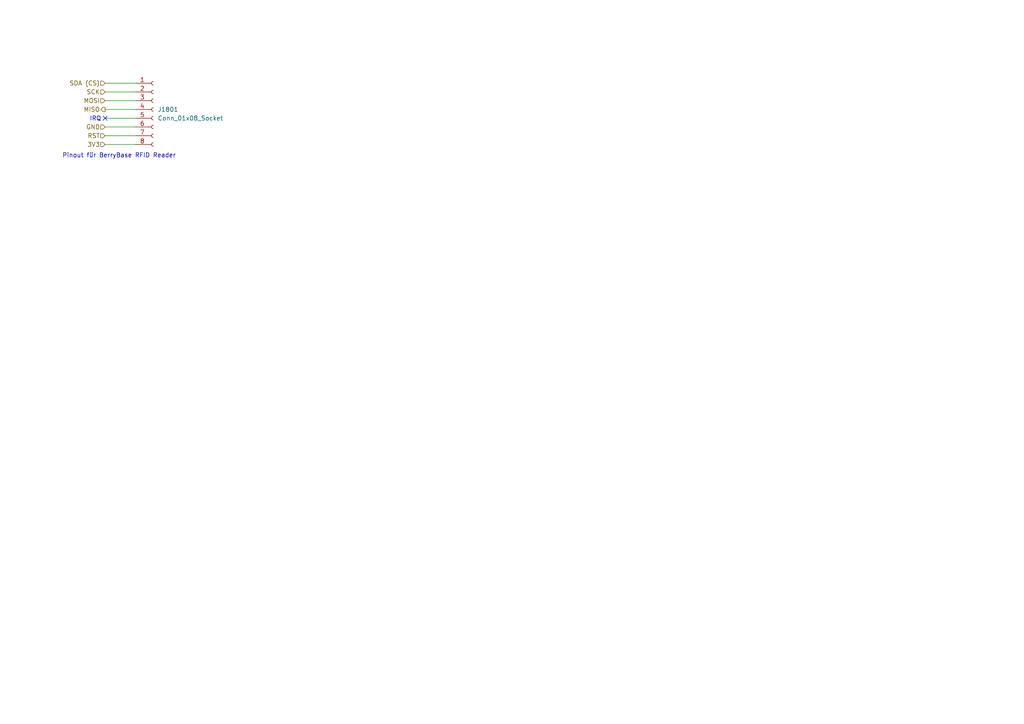
<source format=kicad_sch>
(kicad_sch (version 20250114) (generator "eeschema") (generator_version "9.0")
  (paper "A4")
  (title_block (title "E-Kart Option 1") (date "2025-04-01") (rev "1") (company "Leomax") (comment 1 "zentrale Steuer- und Kommunkationsplatine") (comment 2 "Bachelorarbiet") (comment 3 "Sebastian Hampl"))
  (lib_symbols
    (symbol "Connector:Conn_01x08_Socket" (pin_names (offset 1.016) (hide yes))
      (property "Reference" "J" (at 0 10.16 0))
      (property "Value" "Conn_01x08_Socket" (at 0 -12.7 0))
      (symbol "Conn_01x08_Socket_1_1"
        (polyline (pts (xy -1.27 7.62) (xy -0.508 7.62)) (stroke (width 0.1524)))
        (polyline (pts (xy -1.27 5.08) (xy -0.508 5.08)) (stroke (width 0.1524)))
        (polyline (pts (xy -1.27 2.54) (xy -0.508 2.54)) (stroke (width 0.1524)))
        (polyline (pts (xy -1.27 0) (xy -0.508 0)) (stroke (width 0.1524)))
        (polyline (pts (xy -1.27 -2.54) (xy -0.508 -2.54)) (stroke (width 0.1524)))
        (polyline (pts (xy -1.27 -5.08) (xy -0.508 -5.08)) (stroke (width 0.1524)))
        (polyline (pts (xy -1.27 -7.62) (xy -0.508 -7.62)) (stroke (width 0.1524)))
        (polyline (pts (xy -1.27 -10.16) (xy -0.508 -10.16)) (stroke (width 0.1524)))
        (arc (start 0 7.112) (mid -0.5058 7.62) (end 0 8.128) (stroke (width 0.1524)))
        (arc (start 0 4.572) (mid -0.5058 5.08) (end 0 5.588) (stroke (width 0.1524)))
        (arc (start 0 2.032) (mid -0.5058 2.54) (end 0 3.048) (stroke (width 0.1524)))
        (arc (start 0 -0.508) (mid -0.5058 0) (end 0 0.508) (stroke (width 0.1524)))
        (arc (start 0 -3.048) (mid -0.5058 -2.54) (end 0 -2.032) (stroke (width 0.1524)))
        (arc (start 0 -5.588) (mid -0.5058 -5.08) (end 0 -4.572) (stroke (width 0.1524)))
        (arc (start 0 -8.128) (mid -0.5058 -7.62) (end 0 -7.112) (stroke (width 0.1524)))
        (arc (start 0 -10.668) (mid -0.5058 -10.16) (end 0 -9.652) (stroke (width 0.1524)))
        (pin passive line (at -5.08 7.62 0) (length 3.81) (name "Pin_1") (number "1"))
        (pin passive line (at -5.08 5.08 0) (length 3.81) (name "Pin_2") (number "2"))
        (pin passive line (at -5.08 2.54 0) (length 3.81) (name "Pin_3") (number "3"))
        (pin passive line (at -5.08 0 0) (length 3.81) (name "Pin_4") (number "4"))
        (pin passive line (at -5.08 -2.54 0) (length 3.81) (name "Pin_5") (number "5"))
        (pin passive line (at -5.08 -5.08 0) (length 3.81) (name "Pin_6") (number "6"))
        (pin passive line (at -5.08 -7.62 0) (length 3.81) (name "Pin_7") (number "7"))
        (pin passive line (at -5.08 -10.16 0) (length 3.81) (name "Pin_8") (number "8"))
      )
    )
  )
  (text "IRQ" (at 27.686 34.544 0) (effects (font (size 1.27 1.27))))
  (text "Pinout für BerryBase RFID Reader" (at 34.544 45.212 0) (effects (font (size 1.27 1.27))))
  (no_connect (at 30.48 34.29))
  (wire (pts (xy 30.48 24.13) (xy 39.37 24.13)))
  (wire (pts (xy 30.48 31.75) (xy 39.37 31.75)))
  (wire (pts (xy 30.48 34.29) (xy 39.37 34.29)))
  (wire (pts (xy 30.48 36.83) (xy 39.37 36.83)))
  (wire (pts (xy 30.48 29.21) (xy 39.37 29.21)))
  (wire (pts (xy 30.48 39.37) (xy 39.37 39.37)))
  (wire (pts (xy 30.48 26.67) (xy 39.37 26.67)))
  (wire (pts (xy 30.48 41.91) (xy 39.37 41.91)))
  (hierarchical_label "SDA (CS)" (shape input) (at 30.48 24.13 180))
  (hierarchical_label "RST" (shape input) (at 30.48 39.37 180))
  (hierarchical_label "3V3" (shape input) (at 30.48 41.91 180))
  (hierarchical_label "GND" (shape input) (at 30.48 36.83 180))
  (hierarchical_label "SCK" (shape input) (at 30.48 26.67 180))
  (hierarchical_label "MOSI" (shape input) (at 30.48 29.21 180))
  (hierarchical_label "MISO" (shape output) (at 30.48 31.75 180))
  (symbol (lib_id "Connector:Conn_01x08_Socket") (at 44.45 31.75 0) (unit 1)
    (property "Reference" "J1801" (at 45.72 31.7499 0) (effects (justify left)))
    (property "Value" "Conn_01x08_Socket" (at 45.72 34.2899 0) (effects (justify left)))
    (property "Footprint" "Connector_PinHeader_2.54mm:PinHeader_1x08_P2.54mm_Vertical" (effects (hide yes)))
    (property "Description" "Generic connector, single row, 01x08, script generated" (effects (hide yes)))
  )
)
</source>
